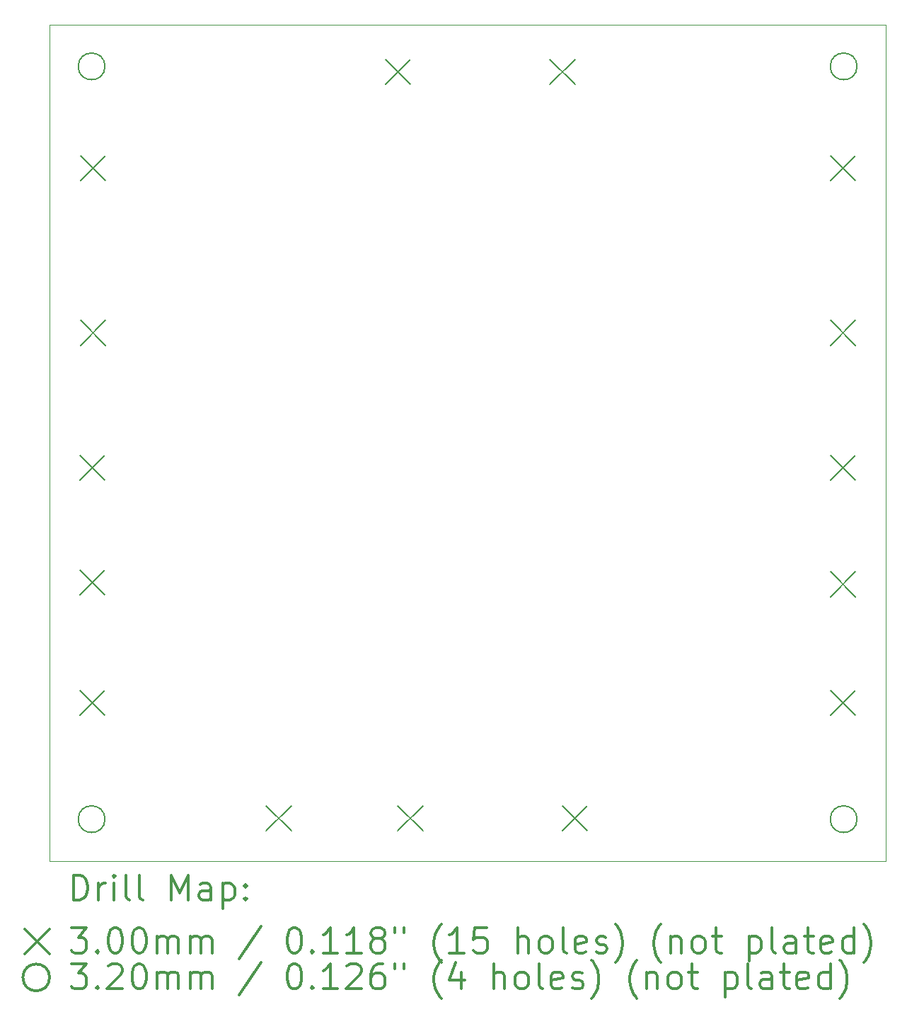
<source format=gbr>
%FSLAX45Y45*%
G04 Gerber Fmt 4.5, Leading zero omitted, Abs format (unit mm)*
G04 Created by KiCad (PCBNEW (5.1.4)-1) date 2021-11-29 21:13:27*
%MOMM*%
%LPD*%
G04 APERTURE LIST*
%ADD10C,0.050000*%
%ADD11C,0.200000*%
%ADD12C,0.300000*%
G04 APERTURE END LIST*
D10*
X10000000Y-5000000D02*
X10000000Y-15000000D01*
X20000000Y-5000000D02*
X10000000Y-5000000D01*
X20000000Y-15000000D02*
X20000000Y-5000000D01*
X10000000Y-15000000D02*
X20000000Y-15000000D01*
D11*
X19342000Y-12960000D02*
X19642000Y-13260000D01*
X19642000Y-12960000D02*
X19342000Y-13260000D01*
X10358000Y-12960000D02*
X10658000Y-13260000D01*
X10658000Y-12960000D02*
X10358000Y-13260000D01*
X10358000Y-11520000D02*
X10658000Y-11820000D01*
X10658000Y-11520000D02*
X10358000Y-11820000D01*
X19342000Y-6565000D02*
X19642000Y-6865000D01*
X19642000Y-6565000D02*
X19342000Y-6865000D01*
X19342000Y-8535000D02*
X19642000Y-8835000D01*
X19642000Y-8535000D02*
X19342000Y-8835000D01*
X19342000Y-10150000D02*
X19642000Y-10450000D01*
X19642000Y-10150000D02*
X19342000Y-10450000D01*
X10358000Y-10150000D02*
X10658000Y-10450000D01*
X10658000Y-10150000D02*
X10358000Y-10450000D01*
X14164000Y-14340000D02*
X14464000Y-14640000D01*
X14464000Y-14340000D02*
X14164000Y-14640000D01*
X16134000Y-14340000D02*
X16434000Y-14640000D01*
X16434000Y-14340000D02*
X16134000Y-14640000D01*
X10368000Y-6565000D02*
X10668000Y-6865000D01*
X10668000Y-6565000D02*
X10368000Y-6865000D01*
X10368000Y-8535000D02*
X10668000Y-8835000D01*
X10668000Y-8535000D02*
X10368000Y-8835000D01*
X19342000Y-11540000D02*
X19642000Y-11840000D01*
X19642000Y-11540000D02*
X19342000Y-11840000D01*
X14015000Y-5418000D02*
X14315000Y-5718000D01*
X14315000Y-5418000D02*
X14015000Y-5718000D01*
X15985000Y-5418000D02*
X16285000Y-5718000D01*
X16285000Y-5418000D02*
X15985000Y-5718000D01*
X12590000Y-14340000D02*
X12890000Y-14640000D01*
X12890000Y-14340000D02*
X12590000Y-14640000D01*
X19660000Y-5500000D02*
G75*
G03X19660000Y-5500000I-160000J0D01*
G01*
X10660000Y-5500000D02*
G75*
G03X10660000Y-5500000I-160000J0D01*
G01*
X10660000Y-14500000D02*
G75*
G03X10660000Y-14500000I-160000J0D01*
G01*
X19660000Y-14500000D02*
G75*
G03X19660000Y-14500000I-160000J0D01*
G01*
D12*
X10283928Y-15468214D02*
X10283928Y-15168214D01*
X10355357Y-15168214D01*
X10398214Y-15182500D01*
X10426786Y-15211071D01*
X10441071Y-15239643D01*
X10455357Y-15296786D01*
X10455357Y-15339643D01*
X10441071Y-15396786D01*
X10426786Y-15425357D01*
X10398214Y-15453929D01*
X10355357Y-15468214D01*
X10283928Y-15468214D01*
X10583928Y-15468214D02*
X10583928Y-15268214D01*
X10583928Y-15325357D02*
X10598214Y-15296786D01*
X10612500Y-15282500D01*
X10641071Y-15268214D01*
X10669643Y-15268214D01*
X10769643Y-15468214D02*
X10769643Y-15268214D01*
X10769643Y-15168214D02*
X10755357Y-15182500D01*
X10769643Y-15196786D01*
X10783928Y-15182500D01*
X10769643Y-15168214D01*
X10769643Y-15196786D01*
X10955357Y-15468214D02*
X10926786Y-15453929D01*
X10912500Y-15425357D01*
X10912500Y-15168214D01*
X11112500Y-15468214D02*
X11083928Y-15453929D01*
X11069643Y-15425357D01*
X11069643Y-15168214D01*
X11455357Y-15468214D02*
X11455357Y-15168214D01*
X11555357Y-15382500D01*
X11655357Y-15168214D01*
X11655357Y-15468214D01*
X11926786Y-15468214D02*
X11926786Y-15311071D01*
X11912500Y-15282500D01*
X11883928Y-15268214D01*
X11826786Y-15268214D01*
X11798214Y-15282500D01*
X11926786Y-15453929D02*
X11898214Y-15468214D01*
X11826786Y-15468214D01*
X11798214Y-15453929D01*
X11783928Y-15425357D01*
X11783928Y-15396786D01*
X11798214Y-15368214D01*
X11826786Y-15353929D01*
X11898214Y-15353929D01*
X11926786Y-15339643D01*
X12069643Y-15268214D02*
X12069643Y-15568214D01*
X12069643Y-15282500D02*
X12098214Y-15268214D01*
X12155357Y-15268214D01*
X12183928Y-15282500D01*
X12198214Y-15296786D01*
X12212500Y-15325357D01*
X12212500Y-15411071D01*
X12198214Y-15439643D01*
X12183928Y-15453929D01*
X12155357Y-15468214D01*
X12098214Y-15468214D01*
X12069643Y-15453929D01*
X12341071Y-15439643D02*
X12355357Y-15453929D01*
X12341071Y-15468214D01*
X12326786Y-15453929D01*
X12341071Y-15439643D01*
X12341071Y-15468214D01*
X12341071Y-15282500D02*
X12355357Y-15296786D01*
X12341071Y-15311071D01*
X12326786Y-15296786D01*
X12341071Y-15282500D01*
X12341071Y-15311071D01*
X9697500Y-15812500D02*
X9997500Y-16112500D01*
X9997500Y-15812500D02*
X9697500Y-16112500D01*
X10255357Y-15798214D02*
X10441071Y-15798214D01*
X10341071Y-15912500D01*
X10383928Y-15912500D01*
X10412500Y-15926786D01*
X10426786Y-15941071D01*
X10441071Y-15969643D01*
X10441071Y-16041071D01*
X10426786Y-16069643D01*
X10412500Y-16083929D01*
X10383928Y-16098214D01*
X10298214Y-16098214D01*
X10269643Y-16083929D01*
X10255357Y-16069643D01*
X10569643Y-16069643D02*
X10583928Y-16083929D01*
X10569643Y-16098214D01*
X10555357Y-16083929D01*
X10569643Y-16069643D01*
X10569643Y-16098214D01*
X10769643Y-15798214D02*
X10798214Y-15798214D01*
X10826786Y-15812500D01*
X10841071Y-15826786D01*
X10855357Y-15855357D01*
X10869643Y-15912500D01*
X10869643Y-15983929D01*
X10855357Y-16041071D01*
X10841071Y-16069643D01*
X10826786Y-16083929D01*
X10798214Y-16098214D01*
X10769643Y-16098214D01*
X10741071Y-16083929D01*
X10726786Y-16069643D01*
X10712500Y-16041071D01*
X10698214Y-15983929D01*
X10698214Y-15912500D01*
X10712500Y-15855357D01*
X10726786Y-15826786D01*
X10741071Y-15812500D01*
X10769643Y-15798214D01*
X11055357Y-15798214D02*
X11083928Y-15798214D01*
X11112500Y-15812500D01*
X11126786Y-15826786D01*
X11141071Y-15855357D01*
X11155357Y-15912500D01*
X11155357Y-15983929D01*
X11141071Y-16041071D01*
X11126786Y-16069643D01*
X11112500Y-16083929D01*
X11083928Y-16098214D01*
X11055357Y-16098214D01*
X11026786Y-16083929D01*
X11012500Y-16069643D01*
X10998214Y-16041071D01*
X10983928Y-15983929D01*
X10983928Y-15912500D01*
X10998214Y-15855357D01*
X11012500Y-15826786D01*
X11026786Y-15812500D01*
X11055357Y-15798214D01*
X11283928Y-16098214D02*
X11283928Y-15898214D01*
X11283928Y-15926786D02*
X11298214Y-15912500D01*
X11326786Y-15898214D01*
X11369643Y-15898214D01*
X11398214Y-15912500D01*
X11412500Y-15941071D01*
X11412500Y-16098214D01*
X11412500Y-15941071D02*
X11426786Y-15912500D01*
X11455357Y-15898214D01*
X11498214Y-15898214D01*
X11526786Y-15912500D01*
X11541071Y-15941071D01*
X11541071Y-16098214D01*
X11683928Y-16098214D02*
X11683928Y-15898214D01*
X11683928Y-15926786D02*
X11698214Y-15912500D01*
X11726786Y-15898214D01*
X11769643Y-15898214D01*
X11798214Y-15912500D01*
X11812500Y-15941071D01*
X11812500Y-16098214D01*
X11812500Y-15941071D02*
X11826786Y-15912500D01*
X11855357Y-15898214D01*
X11898214Y-15898214D01*
X11926786Y-15912500D01*
X11941071Y-15941071D01*
X11941071Y-16098214D01*
X12526786Y-15783929D02*
X12269643Y-16169643D01*
X12912500Y-15798214D02*
X12941071Y-15798214D01*
X12969643Y-15812500D01*
X12983928Y-15826786D01*
X12998214Y-15855357D01*
X13012500Y-15912500D01*
X13012500Y-15983929D01*
X12998214Y-16041071D01*
X12983928Y-16069643D01*
X12969643Y-16083929D01*
X12941071Y-16098214D01*
X12912500Y-16098214D01*
X12883928Y-16083929D01*
X12869643Y-16069643D01*
X12855357Y-16041071D01*
X12841071Y-15983929D01*
X12841071Y-15912500D01*
X12855357Y-15855357D01*
X12869643Y-15826786D01*
X12883928Y-15812500D01*
X12912500Y-15798214D01*
X13141071Y-16069643D02*
X13155357Y-16083929D01*
X13141071Y-16098214D01*
X13126786Y-16083929D01*
X13141071Y-16069643D01*
X13141071Y-16098214D01*
X13441071Y-16098214D02*
X13269643Y-16098214D01*
X13355357Y-16098214D02*
X13355357Y-15798214D01*
X13326786Y-15841071D01*
X13298214Y-15869643D01*
X13269643Y-15883929D01*
X13726786Y-16098214D02*
X13555357Y-16098214D01*
X13641071Y-16098214D02*
X13641071Y-15798214D01*
X13612500Y-15841071D01*
X13583928Y-15869643D01*
X13555357Y-15883929D01*
X13898214Y-15926786D02*
X13869643Y-15912500D01*
X13855357Y-15898214D01*
X13841071Y-15869643D01*
X13841071Y-15855357D01*
X13855357Y-15826786D01*
X13869643Y-15812500D01*
X13898214Y-15798214D01*
X13955357Y-15798214D01*
X13983928Y-15812500D01*
X13998214Y-15826786D01*
X14012500Y-15855357D01*
X14012500Y-15869643D01*
X13998214Y-15898214D01*
X13983928Y-15912500D01*
X13955357Y-15926786D01*
X13898214Y-15926786D01*
X13869643Y-15941071D01*
X13855357Y-15955357D01*
X13841071Y-15983929D01*
X13841071Y-16041071D01*
X13855357Y-16069643D01*
X13869643Y-16083929D01*
X13898214Y-16098214D01*
X13955357Y-16098214D01*
X13983928Y-16083929D01*
X13998214Y-16069643D01*
X14012500Y-16041071D01*
X14012500Y-15983929D01*
X13998214Y-15955357D01*
X13983928Y-15941071D01*
X13955357Y-15926786D01*
X14126786Y-15798214D02*
X14126786Y-15855357D01*
X14241071Y-15798214D02*
X14241071Y-15855357D01*
X14683928Y-16212500D02*
X14669643Y-16198214D01*
X14641071Y-16155357D01*
X14626786Y-16126786D01*
X14612500Y-16083929D01*
X14598214Y-16012500D01*
X14598214Y-15955357D01*
X14612500Y-15883929D01*
X14626786Y-15841071D01*
X14641071Y-15812500D01*
X14669643Y-15769643D01*
X14683928Y-15755357D01*
X14955357Y-16098214D02*
X14783928Y-16098214D01*
X14869643Y-16098214D02*
X14869643Y-15798214D01*
X14841071Y-15841071D01*
X14812500Y-15869643D01*
X14783928Y-15883929D01*
X15226786Y-15798214D02*
X15083928Y-15798214D01*
X15069643Y-15941071D01*
X15083928Y-15926786D01*
X15112500Y-15912500D01*
X15183928Y-15912500D01*
X15212500Y-15926786D01*
X15226786Y-15941071D01*
X15241071Y-15969643D01*
X15241071Y-16041071D01*
X15226786Y-16069643D01*
X15212500Y-16083929D01*
X15183928Y-16098214D01*
X15112500Y-16098214D01*
X15083928Y-16083929D01*
X15069643Y-16069643D01*
X15598214Y-16098214D02*
X15598214Y-15798214D01*
X15726786Y-16098214D02*
X15726786Y-15941071D01*
X15712500Y-15912500D01*
X15683928Y-15898214D01*
X15641071Y-15898214D01*
X15612500Y-15912500D01*
X15598214Y-15926786D01*
X15912500Y-16098214D02*
X15883928Y-16083929D01*
X15869643Y-16069643D01*
X15855357Y-16041071D01*
X15855357Y-15955357D01*
X15869643Y-15926786D01*
X15883928Y-15912500D01*
X15912500Y-15898214D01*
X15955357Y-15898214D01*
X15983928Y-15912500D01*
X15998214Y-15926786D01*
X16012500Y-15955357D01*
X16012500Y-16041071D01*
X15998214Y-16069643D01*
X15983928Y-16083929D01*
X15955357Y-16098214D01*
X15912500Y-16098214D01*
X16183928Y-16098214D02*
X16155357Y-16083929D01*
X16141071Y-16055357D01*
X16141071Y-15798214D01*
X16412500Y-16083929D02*
X16383928Y-16098214D01*
X16326786Y-16098214D01*
X16298214Y-16083929D01*
X16283928Y-16055357D01*
X16283928Y-15941071D01*
X16298214Y-15912500D01*
X16326786Y-15898214D01*
X16383928Y-15898214D01*
X16412500Y-15912500D01*
X16426786Y-15941071D01*
X16426786Y-15969643D01*
X16283928Y-15998214D01*
X16541071Y-16083929D02*
X16569643Y-16098214D01*
X16626786Y-16098214D01*
X16655357Y-16083929D01*
X16669643Y-16055357D01*
X16669643Y-16041071D01*
X16655357Y-16012500D01*
X16626786Y-15998214D01*
X16583928Y-15998214D01*
X16555357Y-15983929D01*
X16541071Y-15955357D01*
X16541071Y-15941071D01*
X16555357Y-15912500D01*
X16583928Y-15898214D01*
X16626786Y-15898214D01*
X16655357Y-15912500D01*
X16769643Y-16212500D02*
X16783928Y-16198214D01*
X16812500Y-16155357D01*
X16826786Y-16126786D01*
X16841071Y-16083929D01*
X16855357Y-16012500D01*
X16855357Y-15955357D01*
X16841071Y-15883929D01*
X16826786Y-15841071D01*
X16812500Y-15812500D01*
X16783928Y-15769643D01*
X16769643Y-15755357D01*
X17312500Y-16212500D02*
X17298214Y-16198214D01*
X17269643Y-16155357D01*
X17255357Y-16126786D01*
X17241071Y-16083929D01*
X17226786Y-16012500D01*
X17226786Y-15955357D01*
X17241071Y-15883929D01*
X17255357Y-15841071D01*
X17269643Y-15812500D01*
X17298214Y-15769643D01*
X17312500Y-15755357D01*
X17426786Y-15898214D02*
X17426786Y-16098214D01*
X17426786Y-15926786D02*
X17441071Y-15912500D01*
X17469643Y-15898214D01*
X17512500Y-15898214D01*
X17541071Y-15912500D01*
X17555357Y-15941071D01*
X17555357Y-16098214D01*
X17741071Y-16098214D02*
X17712500Y-16083929D01*
X17698214Y-16069643D01*
X17683928Y-16041071D01*
X17683928Y-15955357D01*
X17698214Y-15926786D01*
X17712500Y-15912500D01*
X17741071Y-15898214D01*
X17783928Y-15898214D01*
X17812500Y-15912500D01*
X17826786Y-15926786D01*
X17841071Y-15955357D01*
X17841071Y-16041071D01*
X17826786Y-16069643D01*
X17812500Y-16083929D01*
X17783928Y-16098214D01*
X17741071Y-16098214D01*
X17926786Y-15898214D02*
X18041071Y-15898214D01*
X17969643Y-15798214D02*
X17969643Y-16055357D01*
X17983928Y-16083929D01*
X18012500Y-16098214D01*
X18041071Y-16098214D01*
X18369643Y-15898214D02*
X18369643Y-16198214D01*
X18369643Y-15912500D02*
X18398214Y-15898214D01*
X18455357Y-15898214D01*
X18483928Y-15912500D01*
X18498214Y-15926786D01*
X18512500Y-15955357D01*
X18512500Y-16041071D01*
X18498214Y-16069643D01*
X18483928Y-16083929D01*
X18455357Y-16098214D01*
X18398214Y-16098214D01*
X18369643Y-16083929D01*
X18683928Y-16098214D02*
X18655357Y-16083929D01*
X18641071Y-16055357D01*
X18641071Y-15798214D01*
X18926786Y-16098214D02*
X18926786Y-15941071D01*
X18912500Y-15912500D01*
X18883928Y-15898214D01*
X18826786Y-15898214D01*
X18798214Y-15912500D01*
X18926786Y-16083929D02*
X18898214Y-16098214D01*
X18826786Y-16098214D01*
X18798214Y-16083929D01*
X18783928Y-16055357D01*
X18783928Y-16026786D01*
X18798214Y-15998214D01*
X18826786Y-15983929D01*
X18898214Y-15983929D01*
X18926786Y-15969643D01*
X19026786Y-15898214D02*
X19141071Y-15898214D01*
X19069643Y-15798214D02*
X19069643Y-16055357D01*
X19083928Y-16083929D01*
X19112500Y-16098214D01*
X19141071Y-16098214D01*
X19355357Y-16083929D02*
X19326786Y-16098214D01*
X19269643Y-16098214D01*
X19241071Y-16083929D01*
X19226786Y-16055357D01*
X19226786Y-15941071D01*
X19241071Y-15912500D01*
X19269643Y-15898214D01*
X19326786Y-15898214D01*
X19355357Y-15912500D01*
X19369643Y-15941071D01*
X19369643Y-15969643D01*
X19226786Y-15998214D01*
X19626786Y-16098214D02*
X19626786Y-15798214D01*
X19626786Y-16083929D02*
X19598214Y-16098214D01*
X19541071Y-16098214D01*
X19512500Y-16083929D01*
X19498214Y-16069643D01*
X19483928Y-16041071D01*
X19483928Y-15955357D01*
X19498214Y-15926786D01*
X19512500Y-15912500D01*
X19541071Y-15898214D01*
X19598214Y-15898214D01*
X19626786Y-15912500D01*
X19741071Y-16212500D02*
X19755357Y-16198214D01*
X19783928Y-16155357D01*
X19798214Y-16126786D01*
X19812500Y-16083929D01*
X19826786Y-16012500D01*
X19826786Y-15955357D01*
X19812500Y-15883929D01*
X19798214Y-15841071D01*
X19783928Y-15812500D01*
X19755357Y-15769643D01*
X19741071Y-15755357D01*
X9997500Y-16392500D02*
G75*
G03X9997500Y-16392500I-160000J0D01*
G01*
X10255357Y-16228214D02*
X10441071Y-16228214D01*
X10341071Y-16342500D01*
X10383928Y-16342500D01*
X10412500Y-16356786D01*
X10426786Y-16371071D01*
X10441071Y-16399643D01*
X10441071Y-16471071D01*
X10426786Y-16499643D01*
X10412500Y-16513929D01*
X10383928Y-16528214D01*
X10298214Y-16528214D01*
X10269643Y-16513929D01*
X10255357Y-16499643D01*
X10569643Y-16499643D02*
X10583928Y-16513929D01*
X10569643Y-16528214D01*
X10555357Y-16513929D01*
X10569643Y-16499643D01*
X10569643Y-16528214D01*
X10698214Y-16256786D02*
X10712500Y-16242500D01*
X10741071Y-16228214D01*
X10812500Y-16228214D01*
X10841071Y-16242500D01*
X10855357Y-16256786D01*
X10869643Y-16285357D01*
X10869643Y-16313929D01*
X10855357Y-16356786D01*
X10683928Y-16528214D01*
X10869643Y-16528214D01*
X11055357Y-16228214D02*
X11083928Y-16228214D01*
X11112500Y-16242500D01*
X11126786Y-16256786D01*
X11141071Y-16285357D01*
X11155357Y-16342500D01*
X11155357Y-16413929D01*
X11141071Y-16471071D01*
X11126786Y-16499643D01*
X11112500Y-16513929D01*
X11083928Y-16528214D01*
X11055357Y-16528214D01*
X11026786Y-16513929D01*
X11012500Y-16499643D01*
X10998214Y-16471071D01*
X10983928Y-16413929D01*
X10983928Y-16342500D01*
X10998214Y-16285357D01*
X11012500Y-16256786D01*
X11026786Y-16242500D01*
X11055357Y-16228214D01*
X11283928Y-16528214D02*
X11283928Y-16328214D01*
X11283928Y-16356786D02*
X11298214Y-16342500D01*
X11326786Y-16328214D01*
X11369643Y-16328214D01*
X11398214Y-16342500D01*
X11412500Y-16371071D01*
X11412500Y-16528214D01*
X11412500Y-16371071D02*
X11426786Y-16342500D01*
X11455357Y-16328214D01*
X11498214Y-16328214D01*
X11526786Y-16342500D01*
X11541071Y-16371071D01*
X11541071Y-16528214D01*
X11683928Y-16528214D02*
X11683928Y-16328214D01*
X11683928Y-16356786D02*
X11698214Y-16342500D01*
X11726786Y-16328214D01*
X11769643Y-16328214D01*
X11798214Y-16342500D01*
X11812500Y-16371071D01*
X11812500Y-16528214D01*
X11812500Y-16371071D02*
X11826786Y-16342500D01*
X11855357Y-16328214D01*
X11898214Y-16328214D01*
X11926786Y-16342500D01*
X11941071Y-16371071D01*
X11941071Y-16528214D01*
X12526786Y-16213929D02*
X12269643Y-16599643D01*
X12912500Y-16228214D02*
X12941071Y-16228214D01*
X12969643Y-16242500D01*
X12983928Y-16256786D01*
X12998214Y-16285357D01*
X13012500Y-16342500D01*
X13012500Y-16413929D01*
X12998214Y-16471071D01*
X12983928Y-16499643D01*
X12969643Y-16513929D01*
X12941071Y-16528214D01*
X12912500Y-16528214D01*
X12883928Y-16513929D01*
X12869643Y-16499643D01*
X12855357Y-16471071D01*
X12841071Y-16413929D01*
X12841071Y-16342500D01*
X12855357Y-16285357D01*
X12869643Y-16256786D01*
X12883928Y-16242500D01*
X12912500Y-16228214D01*
X13141071Y-16499643D02*
X13155357Y-16513929D01*
X13141071Y-16528214D01*
X13126786Y-16513929D01*
X13141071Y-16499643D01*
X13141071Y-16528214D01*
X13441071Y-16528214D02*
X13269643Y-16528214D01*
X13355357Y-16528214D02*
X13355357Y-16228214D01*
X13326786Y-16271071D01*
X13298214Y-16299643D01*
X13269643Y-16313929D01*
X13555357Y-16256786D02*
X13569643Y-16242500D01*
X13598214Y-16228214D01*
X13669643Y-16228214D01*
X13698214Y-16242500D01*
X13712500Y-16256786D01*
X13726786Y-16285357D01*
X13726786Y-16313929D01*
X13712500Y-16356786D01*
X13541071Y-16528214D01*
X13726786Y-16528214D01*
X13983928Y-16228214D02*
X13926786Y-16228214D01*
X13898214Y-16242500D01*
X13883928Y-16256786D01*
X13855357Y-16299643D01*
X13841071Y-16356786D01*
X13841071Y-16471071D01*
X13855357Y-16499643D01*
X13869643Y-16513929D01*
X13898214Y-16528214D01*
X13955357Y-16528214D01*
X13983928Y-16513929D01*
X13998214Y-16499643D01*
X14012500Y-16471071D01*
X14012500Y-16399643D01*
X13998214Y-16371071D01*
X13983928Y-16356786D01*
X13955357Y-16342500D01*
X13898214Y-16342500D01*
X13869643Y-16356786D01*
X13855357Y-16371071D01*
X13841071Y-16399643D01*
X14126786Y-16228214D02*
X14126786Y-16285357D01*
X14241071Y-16228214D02*
X14241071Y-16285357D01*
X14683928Y-16642500D02*
X14669643Y-16628214D01*
X14641071Y-16585357D01*
X14626786Y-16556786D01*
X14612500Y-16513929D01*
X14598214Y-16442500D01*
X14598214Y-16385357D01*
X14612500Y-16313929D01*
X14626786Y-16271071D01*
X14641071Y-16242500D01*
X14669643Y-16199643D01*
X14683928Y-16185357D01*
X14926786Y-16328214D02*
X14926786Y-16528214D01*
X14855357Y-16213929D02*
X14783928Y-16428214D01*
X14969643Y-16428214D01*
X15312500Y-16528214D02*
X15312500Y-16228214D01*
X15441071Y-16528214D02*
X15441071Y-16371071D01*
X15426786Y-16342500D01*
X15398214Y-16328214D01*
X15355357Y-16328214D01*
X15326786Y-16342500D01*
X15312500Y-16356786D01*
X15626786Y-16528214D02*
X15598214Y-16513929D01*
X15583928Y-16499643D01*
X15569643Y-16471071D01*
X15569643Y-16385357D01*
X15583928Y-16356786D01*
X15598214Y-16342500D01*
X15626786Y-16328214D01*
X15669643Y-16328214D01*
X15698214Y-16342500D01*
X15712500Y-16356786D01*
X15726786Y-16385357D01*
X15726786Y-16471071D01*
X15712500Y-16499643D01*
X15698214Y-16513929D01*
X15669643Y-16528214D01*
X15626786Y-16528214D01*
X15898214Y-16528214D02*
X15869643Y-16513929D01*
X15855357Y-16485357D01*
X15855357Y-16228214D01*
X16126786Y-16513929D02*
X16098214Y-16528214D01*
X16041071Y-16528214D01*
X16012500Y-16513929D01*
X15998214Y-16485357D01*
X15998214Y-16371071D01*
X16012500Y-16342500D01*
X16041071Y-16328214D01*
X16098214Y-16328214D01*
X16126786Y-16342500D01*
X16141071Y-16371071D01*
X16141071Y-16399643D01*
X15998214Y-16428214D01*
X16255357Y-16513929D02*
X16283928Y-16528214D01*
X16341071Y-16528214D01*
X16369643Y-16513929D01*
X16383928Y-16485357D01*
X16383928Y-16471071D01*
X16369643Y-16442500D01*
X16341071Y-16428214D01*
X16298214Y-16428214D01*
X16269643Y-16413929D01*
X16255357Y-16385357D01*
X16255357Y-16371071D01*
X16269643Y-16342500D01*
X16298214Y-16328214D01*
X16341071Y-16328214D01*
X16369643Y-16342500D01*
X16483928Y-16642500D02*
X16498214Y-16628214D01*
X16526786Y-16585357D01*
X16541071Y-16556786D01*
X16555357Y-16513929D01*
X16569643Y-16442500D01*
X16569643Y-16385357D01*
X16555357Y-16313929D01*
X16541071Y-16271071D01*
X16526786Y-16242500D01*
X16498214Y-16199643D01*
X16483928Y-16185357D01*
X17026786Y-16642500D02*
X17012500Y-16628214D01*
X16983928Y-16585357D01*
X16969643Y-16556786D01*
X16955357Y-16513929D01*
X16941071Y-16442500D01*
X16941071Y-16385357D01*
X16955357Y-16313929D01*
X16969643Y-16271071D01*
X16983928Y-16242500D01*
X17012500Y-16199643D01*
X17026786Y-16185357D01*
X17141071Y-16328214D02*
X17141071Y-16528214D01*
X17141071Y-16356786D02*
X17155357Y-16342500D01*
X17183928Y-16328214D01*
X17226786Y-16328214D01*
X17255357Y-16342500D01*
X17269643Y-16371071D01*
X17269643Y-16528214D01*
X17455357Y-16528214D02*
X17426786Y-16513929D01*
X17412500Y-16499643D01*
X17398214Y-16471071D01*
X17398214Y-16385357D01*
X17412500Y-16356786D01*
X17426786Y-16342500D01*
X17455357Y-16328214D01*
X17498214Y-16328214D01*
X17526786Y-16342500D01*
X17541071Y-16356786D01*
X17555357Y-16385357D01*
X17555357Y-16471071D01*
X17541071Y-16499643D01*
X17526786Y-16513929D01*
X17498214Y-16528214D01*
X17455357Y-16528214D01*
X17641071Y-16328214D02*
X17755357Y-16328214D01*
X17683928Y-16228214D02*
X17683928Y-16485357D01*
X17698214Y-16513929D01*
X17726786Y-16528214D01*
X17755357Y-16528214D01*
X18083928Y-16328214D02*
X18083928Y-16628214D01*
X18083928Y-16342500D02*
X18112500Y-16328214D01*
X18169643Y-16328214D01*
X18198214Y-16342500D01*
X18212500Y-16356786D01*
X18226786Y-16385357D01*
X18226786Y-16471071D01*
X18212500Y-16499643D01*
X18198214Y-16513929D01*
X18169643Y-16528214D01*
X18112500Y-16528214D01*
X18083928Y-16513929D01*
X18398214Y-16528214D02*
X18369643Y-16513929D01*
X18355357Y-16485357D01*
X18355357Y-16228214D01*
X18641071Y-16528214D02*
X18641071Y-16371071D01*
X18626786Y-16342500D01*
X18598214Y-16328214D01*
X18541071Y-16328214D01*
X18512500Y-16342500D01*
X18641071Y-16513929D02*
X18612500Y-16528214D01*
X18541071Y-16528214D01*
X18512500Y-16513929D01*
X18498214Y-16485357D01*
X18498214Y-16456786D01*
X18512500Y-16428214D01*
X18541071Y-16413929D01*
X18612500Y-16413929D01*
X18641071Y-16399643D01*
X18741071Y-16328214D02*
X18855357Y-16328214D01*
X18783928Y-16228214D02*
X18783928Y-16485357D01*
X18798214Y-16513929D01*
X18826786Y-16528214D01*
X18855357Y-16528214D01*
X19069643Y-16513929D02*
X19041071Y-16528214D01*
X18983928Y-16528214D01*
X18955357Y-16513929D01*
X18941071Y-16485357D01*
X18941071Y-16371071D01*
X18955357Y-16342500D01*
X18983928Y-16328214D01*
X19041071Y-16328214D01*
X19069643Y-16342500D01*
X19083928Y-16371071D01*
X19083928Y-16399643D01*
X18941071Y-16428214D01*
X19341071Y-16528214D02*
X19341071Y-16228214D01*
X19341071Y-16513929D02*
X19312500Y-16528214D01*
X19255357Y-16528214D01*
X19226786Y-16513929D01*
X19212500Y-16499643D01*
X19198214Y-16471071D01*
X19198214Y-16385357D01*
X19212500Y-16356786D01*
X19226786Y-16342500D01*
X19255357Y-16328214D01*
X19312500Y-16328214D01*
X19341071Y-16342500D01*
X19455357Y-16642500D02*
X19469643Y-16628214D01*
X19498214Y-16585357D01*
X19512500Y-16556786D01*
X19526786Y-16513929D01*
X19541071Y-16442500D01*
X19541071Y-16385357D01*
X19526786Y-16313929D01*
X19512500Y-16271071D01*
X19498214Y-16242500D01*
X19469643Y-16199643D01*
X19455357Y-16185357D01*
M02*

</source>
